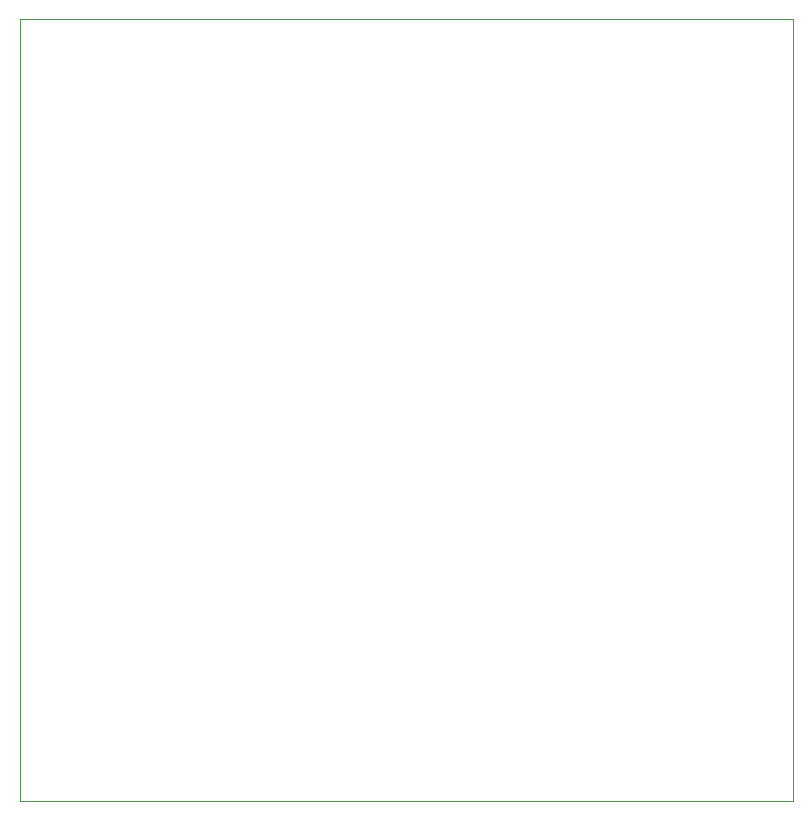
<source format=gbr>
G04 #@! TF.GenerationSoftware,KiCad,Pcbnew,(5.1.5)-3*
G04 #@! TF.CreationDate,2020-06-28T02:39:40-04:00*
G04 #@! TF.ProjectId,SteeringWheelKicad,53746565-7269-46e6-9757-6865656c4b69,3.0*
G04 #@! TF.SameCoordinates,Original*
G04 #@! TF.FileFunction,Profile,NP*
%FSLAX46Y46*%
G04 Gerber Fmt 4.6, Leading zero omitted, Abs format (unit mm)*
G04 Created by KiCad (PCBNEW (5.1.5)-3) date 2020-06-28 02:39:40*
%MOMM*%
%LPD*%
G04 APERTURE LIST*
%ADD10C,0.050000*%
G04 APERTURE END LIST*
D10*
X160040000Y-150200000D02*
X160040000Y-85000000D01*
X160040000Y-150200000D02*
X160040000Y-151200000D01*
X94600000Y-151200000D02*
X160040000Y-151200000D01*
X94600000Y-150600000D02*
X94600000Y-151200000D01*
X94600000Y-106200000D02*
X94600000Y-150600000D01*
X94600000Y-85000000D02*
X100500000Y-85000000D01*
X94600000Y-106200000D02*
X94600000Y-85000000D01*
X100500000Y-85000000D02*
X160040000Y-85000000D01*
M02*

</source>
